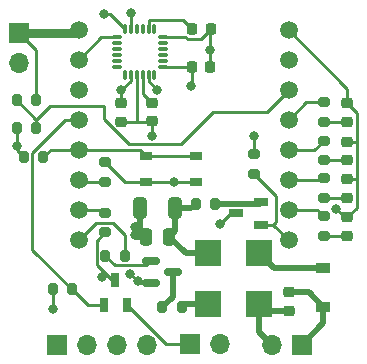
<source format=gbr>
%TF.GenerationSoftware,KiCad,Pcbnew,(6.0.9)*%
%TF.CreationDate,2023-11-13T03:08:14-05:00*%
%TF.ProjectId,ALRT_v1,414c5254-5f76-4312-9e6b-696361645f70,rev?*%
%TF.SameCoordinates,Original*%
%TF.FileFunction,Copper,L1,Top*%
%TF.FilePolarity,Positive*%
%FSLAX46Y46*%
G04 Gerber Fmt 4.6, Leading zero omitted, Abs format (unit mm)*
G04 Created by KiCad (PCBNEW (6.0.9)) date 2023-11-13 03:08:14*
%MOMM*%
%LPD*%
G01*
G04 APERTURE LIST*
G04 Aperture macros list*
%AMRoundRect*
0 Rectangle with rounded corners*
0 $1 Rounding radius*
0 $2 $3 $4 $5 $6 $7 $8 $9 X,Y pos of 4 corners*
0 Add a 4 corners polygon primitive as box body*
4,1,4,$2,$3,$4,$5,$6,$7,$8,$9,$2,$3,0*
0 Add four circle primitives for the rounded corners*
1,1,$1+$1,$2,$3*
1,1,$1+$1,$4,$5*
1,1,$1+$1,$6,$7*
1,1,$1+$1,$8,$9*
0 Add four rect primitives between the rounded corners*
20,1,$1+$1,$2,$3,$4,$5,0*
20,1,$1+$1,$4,$5,$6,$7,0*
20,1,$1+$1,$6,$7,$8,$9,0*
20,1,$1+$1,$8,$9,$2,$3,0*%
G04 Aperture macros list end*
%TA.AperFunction,SMDPad,CuDef*%
%ADD10RoundRect,0.200000X0.275000X-0.200000X0.275000X0.200000X-0.275000X0.200000X-0.275000X-0.200000X0*%
%TD*%
%TA.AperFunction,SMDPad,CuDef*%
%ADD11RoundRect,0.200000X0.200000X0.275000X-0.200000X0.275000X-0.200000X-0.275000X0.200000X-0.275000X0*%
%TD*%
%TA.AperFunction,SMDPad,CuDef*%
%ADD12R,1.050000X0.650000*%
%TD*%
%TA.AperFunction,SMDPad,CuDef*%
%ADD13RoundRect,0.200000X-0.200000X-0.275000X0.200000X-0.275000X0.200000X0.275000X-0.200000X0.275000X0*%
%TD*%
%TA.AperFunction,SMDPad,CuDef*%
%ADD14RoundRect,0.150000X-0.587500X-0.150000X0.587500X-0.150000X0.587500X0.150000X-0.587500X0.150000X0*%
%TD*%
%TA.AperFunction,SMDPad,CuDef*%
%ADD15R,1.200000X0.900000*%
%TD*%
%TA.AperFunction,SMDPad,CuDef*%
%ADD16RoundRect,0.225000X-0.250000X0.225000X-0.250000X-0.225000X0.250000X-0.225000X0.250000X0.225000X0*%
%TD*%
%TA.AperFunction,SMDPad,CuDef*%
%ADD17RoundRect,0.250000X0.325000X0.650000X-0.325000X0.650000X-0.325000X-0.650000X0.325000X-0.650000X0*%
%TD*%
%TA.AperFunction,SMDPad,CuDef*%
%ADD18RoundRect,0.250000X0.250000X0.475000X-0.250000X0.475000X-0.250000X-0.475000X0.250000X-0.475000X0*%
%TD*%
%TA.AperFunction,SMDPad,CuDef*%
%ADD19R,2.300000X2.300000*%
%TD*%
%TA.AperFunction,ComponentPad*%
%ADD20R,1.700000X1.700000*%
%TD*%
%TA.AperFunction,ComponentPad*%
%ADD21O,1.700000X1.700000*%
%TD*%
%TA.AperFunction,SMDPad,CuDef*%
%ADD22RoundRect,0.042000X0.258000X-0.573000X0.258000X0.573000X-0.258000X0.573000X-0.258000X-0.573000X0*%
%TD*%
%TA.AperFunction,SMDPad,CuDef*%
%ADD23RoundRect,0.225000X-0.225000X-0.250000X0.225000X-0.250000X0.225000X0.250000X-0.225000X0.250000X0*%
%TD*%
%TA.AperFunction,SMDPad,CuDef*%
%ADD24RoundRect,0.218750X-0.256250X0.218750X-0.256250X-0.218750X0.256250X-0.218750X0.256250X0.218750X0*%
%TD*%
%TA.AperFunction,SMDPad,CuDef*%
%ADD25RoundRect,0.200000X-0.275000X0.200000X-0.275000X-0.200000X0.275000X-0.200000X0.275000X0.200000X0*%
%TD*%
%TA.AperFunction,SMDPad,CuDef*%
%ADD26RoundRect,0.075000X-0.350000X-0.075000X0.350000X-0.075000X0.350000X0.075000X-0.350000X0.075000X0*%
%TD*%
%TA.AperFunction,SMDPad,CuDef*%
%ADD27RoundRect,0.075000X0.075000X-0.350000X0.075000X0.350000X-0.075000X0.350000X-0.075000X-0.350000X0*%
%TD*%
%TA.AperFunction,SMDPad,CuDef*%
%ADD28RoundRect,0.042000X0.573000X0.258000X-0.573000X0.258000X-0.573000X-0.258000X0.573000X-0.258000X0*%
%TD*%
%TA.AperFunction,ComponentPad*%
%ADD29C,1.500000*%
%TD*%
%TA.AperFunction,ViaPad*%
%ADD30C,0.800000*%
%TD*%
%TA.AperFunction,Conductor*%
%ADD31C,0.250000*%
%TD*%
%TA.AperFunction,Conductor*%
%ADD32C,0.500000*%
%TD*%
%TA.AperFunction,Conductor*%
%ADD33C,0.750000*%
%TD*%
G04 APERTURE END LIST*
D10*
%TO.P,R14,1*%
%TO.N,/Shock_chg*%
X117678200Y-85584800D03*
%TO.P,R14,2*%
%TO.N,GND*%
X117678200Y-83934800D03*
%TD*%
D11*
%TO.P,R13,2*%
%TO.N,Net-(Q3-Pad3)*%
X109919000Y-96875600D03*
%TO.P,R13,1*%
%TO.N,Net-(R13-Pad1)*%
X111569000Y-96875600D03*
%TD*%
D12*
%TO.P,SW1,1*%
%TO.N,/PBNO*%
X108602100Y-84091200D03*
%TO.P,SW1,2*%
X112752100Y-84091200D03*
%TO.P,SW1,3*%
%TO.N,+3V3*%
X108602100Y-86241200D03*
%TO.P,SW1,4*%
X112752100Y-86241200D03*
%TD*%
D13*
%TO.P,R12,1*%
%TO.N,Net-(Q3-Pad1)*%
X105118400Y-92506800D03*
%TO.P,R12,2*%
%TO.N,/Shock_dis*%
X106768400Y-92506800D03*
%TD*%
D14*
%TO.P,Q3,1,B*%
%TO.N,Net-(Q3-Pad1)*%
X108942900Y-92928400D03*
%TO.P,Q3,2,E*%
%TO.N,GND*%
X108942900Y-94828400D03*
%TO.P,Q3,3,C*%
%TO.N,Net-(Q3-Pad3)*%
X110817900Y-93878400D03*
%TD*%
D15*
%TO.P,D5,1,A*%
%TO.N,/Electrode_p*%
X123571000Y-96823800D03*
%TO.P,D5,2,K*%
%TO.N,Net-(D5-Pad2)*%
X123571000Y-93523800D03*
%TD*%
D16*
%TO.P,C7,1*%
%TO.N,/Electrode_p*%
X120650000Y-95618000D03*
%TO.P,C7,2*%
%TO.N,/Electrode_n*%
X120650000Y-97168000D03*
%TD*%
D17*
%TO.P,C6,1*%
%TO.N,Net-(C1-Pad1)*%
X110999800Y-88468200D03*
%TO.P,C6,2*%
%TO.N,GND*%
X108049800Y-88468200D03*
%TD*%
D18*
%TO.P,C1,1*%
%TO.N,Net-(C1-Pad1)*%
X110500200Y-90906600D03*
%TO.P,C1,2*%
%TO.N,GND*%
X108600200Y-90906600D03*
%TD*%
D19*
%TO.P,L1,1,1*%
%TO.N,Net-(C1-Pad1)*%
X113851800Y-92312600D03*
%TO.P,L1,2,2*%
%TO.N,Net-(R13-Pad1)*%
X113851800Y-96612600D03*
%TO.P,L1,3,3*%
%TO.N,/Electrode_n*%
X118151800Y-96612600D03*
%TO.P,L1,4,4*%
%TO.N,Net-(D5-Pad2)*%
X118151800Y-92312600D03*
%TD*%
D16*
%TO.P,C2,1*%
%TO.N,+3V3*%
X106476800Y-79616000D03*
%TO.P,C2,2*%
%TO.N,GND*%
X106476800Y-81166000D03*
%TD*%
D10*
%TO.P,R1,1*%
%TO.N,Net-(D1-Pad2)*%
X123621800Y-81190600D03*
%TO.P,R1,2*%
%TO.N,/LED1*%
X123621800Y-79540600D03*
%TD*%
D20*
%TO.P,J3,1,Pin_1*%
%TO.N,/Vib_out*%
X112263000Y-100025200D03*
D21*
%TO.P,J3,2,Pin_2*%
%TO.N,GND*%
X114803000Y-100025200D03*
%TD*%
D22*
%TO.P,Q2,1*%
%TO.N,/Vib*%
X105018800Y-96665600D03*
%TO.P,Q2,2*%
%TO.N,/Vib_out*%
X106918800Y-96665600D03*
%TO.P,Q2,3*%
%TO.N,+3V3*%
X105968800Y-94545600D03*
%TD*%
D23*
%TO.P,C5,2*%
%TO.N,GND*%
X114033600Y-73355200D03*
%TO.P,C5,1*%
%TO.N,Net-(C5-Pad1)*%
X112483600Y-73355200D03*
%TD*%
D10*
%TO.P,R3,1*%
%TO.N,Net-(D3-Pad2)*%
X123621800Y-87616800D03*
%TO.P,R3,2*%
%TO.N,/LED3*%
X123621800Y-85966800D03*
%TD*%
D24*
%TO.P,D1,1,K*%
%TO.N,GND*%
X125603000Y-79628900D03*
%TO.P,D1,2,A*%
%TO.N,Net-(D1-Pad2)*%
X125603000Y-81203900D03*
%TD*%
%TO.P,D2,1,K*%
%TO.N,GND*%
X125603000Y-82854700D03*
%TO.P,D2,2,A*%
%TO.N,Net-(D2-Pad2)*%
X125603000Y-84429700D03*
%TD*%
D16*
%TO.P,C4,1*%
%TO.N,Net-(C4-Pad1)*%
X109042200Y-79590600D03*
%TO.P,C4,2*%
%TO.N,GND*%
X109042200Y-81140600D03*
%TD*%
D13*
%TO.P,R11,1*%
%TO.N,GND*%
X100673400Y-95377000D03*
%TO.P,R11,2*%
%TO.N,/Vib*%
X102323400Y-95377000D03*
%TD*%
%TO.P,R10,1*%
%TO.N,GND*%
X97600000Y-81711800D03*
%TO.P,R10,2*%
%TO.N,/Vref*%
X99250000Y-81711800D03*
%TD*%
D10*
%TO.P,R4,1*%
%TO.N,Net-(D4-Pad2)*%
X123621800Y-90842600D03*
%TO.P,R4,2*%
%TO.N,/LED4*%
X123621800Y-89192600D03*
%TD*%
D24*
%TO.P,D4,2,A*%
%TO.N,Net-(D4-Pad2)*%
X125603000Y-90855900D03*
%TO.P,D4,1,K*%
%TO.N,GND*%
X125603000Y-89280900D03*
%TD*%
D20*
%TO.P,J4,1,Pin_1*%
%TO.N,+3V3*%
X101051200Y-100101400D03*
D21*
%TO.P,J4,2,Pin_2*%
%TO.N,GND*%
X103591200Y-100101400D03*
%TO.P,J4,3,Pin_3*%
%TO.N,/SDA*%
X106131200Y-100101400D03*
%TO.P,J4,4,Pin_4*%
%TO.N,/SCL*%
X108671200Y-100101400D03*
%TD*%
D25*
%TO.P,R7,1*%
%TO.N,/SCL*%
X105130600Y-88862400D03*
%TO.P,R7,2*%
%TO.N,+3V3*%
X105130600Y-90512400D03*
%TD*%
D13*
%TO.P,R8,1*%
%TO.N,GND*%
X98221800Y-84201000D03*
%TO.P,R8,2*%
%TO.N,/PBNO*%
X99871800Y-84201000D03*
%TD*%
D10*
%TO.P,R6,1*%
%TO.N,/SDA*%
X105130600Y-86245200D03*
%TO.P,R6,2*%
%TO.N,+3V3*%
X105130600Y-84595200D03*
%TD*%
D11*
%TO.P,R5,1*%
%TO.N,Net-(Q1-Pad2)*%
X114413800Y-88112600D03*
%TO.P,R5,2*%
%TO.N,Net-(C1-Pad1)*%
X112763800Y-88112600D03*
%TD*%
D20*
%TO.P,J1,1,Pin_1*%
%TO.N,+BATT*%
X97790000Y-73660000D03*
D21*
%TO.P,J1,2,Pin_2*%
%TO.N,GND*%
X97790000Y-76200000D03*
%TD*%
D20*
%TO.P,J2,1,Pin_1*%
%TO.N,/Electrode_p*%
X121742200Y-100050600D03*
D21*
%TO.P,J2,2,Pin_2*%
%TO.N,/Electrode_n*%
X119202200Y-100050600D03*
%TD*%
D13*
%TO.P,R9,1*%
%TO.N,/Vref*%
X97600000Y-79375000D03*
%TO.P,R9,2*%
%TO.N,+BATT*%
X99250000Y-79375000D03*
%TD*%
D26*
%TO.P,U2,1,CLKIN*%
%TO.N,GND*%
X106076200Y-74035600D03*
%TO.P,U2,2,NC*%
%TO.N,unconnected-(U2-Pad2)*%
X106076200Y-74535600D03*
%TO.P,U2,3,NC*%
%TO.N,unconnected-(U2-Pad3)*%
X106076200Y-75035600D03*
%TO.P,U2,4,NC*%
%TO.N,unconnected-(U2-Pad4)*%
X106076200Y-75535600D03*
%TO.P,U2,5,NC*%
%TO.N,unconnected-(U2-Pad5)*%
X106076200Y-76035600D03*
%TO.P,U2,6,AUX_SDA*%
%TO.N,unconnected-(U2-Pad6)*%
X106076200Y-76535600D03*
D27*
%TO.P,U2,7,AUX_SCL*%
%TO.N,unconnected-(U2-Pad7)*%
X106776200Y-77235600D03*
%TO.P,U2,8,VDDIO*%
%TO.N,+3V3*%
X107276200Y-77235600D03*
%TO.P,U2,9,AD0*%
%TO.N,GND*%
X107776200Y-77235600D03*
%TO.P,U2,10,REGOUT*%
%TO.N,Net-(C4-Pad1)*%
X108276200Y-77235600D03*
%TO.P,U2,11,FSYNC*%
%TO.N,GND*%
X108776200Y-77235600D03*
%TO.P,U2,12,INT*%
%TO.N,unconnected-(U2-Pad12)*%
X109276200Y-77235600D03*
D26*
%TO.P,U2,13,VDD*%
%TO.N,+3V3*%
X109976200Y-76535600D03*
%TO.P,U2,14,NC*%
%TO.N,unconnected-(U2-Pad14)*%
X109976200Y-76035600D03*
%TO.P,U2,15,NC*%
%TO.N,unconnected-(U2-Pad15)*%
X109976200Y-75535600D03*
%TO.P,U2,16,NC*%
%TO.N,unconnected-(U2-Pad16)*%
X109976200Y-75035600D03*
%TO.P,U2,17,NC*%
%TO.N,unconnected-(U2-Pad17)*%
X109976200Y-74535600D03*
%TO.P,U2,18,GND*%
%TO.N,GND*%
X109976200Y-74035600D03*
D27*
%TO.P,U2,19,NC*%
%TO.N,unconnected-(U2-Pad19)*%
X109276200Y-73335600D03*
%TO.P,U2,20,CPOUT*%
%TO.N,Net-(C5-Pad1)*%
X108776200Y-73335600D03*
%TO.P,U2,21,NC*%
%TO.N,unconnected-(U2-Pad21)*%
X108276200Y-73335600D03*
%TO.P,U2,22,NC*%
%TO.N,unconnected-(U2-Pad22)*%
X107776200Y-73335600D03*
%TO.P,U2,23,SCL*%
%TO.N,/SCL*%
X107276200Y-73335600D03*
%TO.P,U2,24,SDA*%
%TO.N,/SDA*%
X106776200Y-73335600D03*
%TD*%
D24*
%TO.P,D3,1,K*%
%TO.N,GND*%
X125603000Y-86029700D03*
%TO.P,D3,2,A*%
%TO.N,Net-(D3-Pad2)*%
X125603000Y-87604700D03*
%TD*%
D10*
%TO.P,R2,1*%
%TO.N,Net-(D2-Pad2)*%
X123621800Y-84416400D03*
%TO.P,R2,2*%
%TO.N,/LED2*%
X123621800Y-82766400D03*
%TD*%
D23*
%TO.P,C3,1*%
%TO.N,+3V3*%
X112458200Y-76581000D03*
%TO.P,C3,2*%
%TO.N,GND*%
X114008200Y-76581000D03*
%TD*%
D28*
%TO.P,Q1,1*%
%TO.N,/Shock_chg*%
X118331800Y-89875400D03*
%TO.P,Q1,2*%
%TO.N,Net-(Q1-Pad2)*%
X118331800Y-87975400D03*
%TO.P,Q1,3*%
%TO.N,+3V3*%
X116211800Y-88925400D03*
%TD*%
D29*
%TO.P,U1,1,GND*%
%TO.N,GND*%
X120650000Y-73410000D03*
%TO.P,U1,2,3V3*%
%TO.N,+3V3*%
X120650000Y-75950000D03*
%TO.P,U1,3,0*%
%TO.N,/Vref*%
X120650000Y-78490000D03*
%TO.P,U1,4,1*%
%TO.N,/LED1*%
X120650000Y-81030000D03*
%TO.P,U1,5,4*%
%TO.N,/LED2*%
X120650000Y-83570000D03*
%TO.P,U1,6,6*%
%TO.N,/LED3*%
X120650000Y-86110000D03*
%TO.P,U1,7,5*%
%TO.N,/LED4*%
X120650000Y-88650000D03*
%TO.P,U1,8,7*%
%TO.N,/Shock_chg*%
X120650000Y-91190000D03*
%TO.P,U1,9,BAT*%
%TO.N,+BATT*%
X102870000Y-73410000D03*
%TO.P,U1,10,GND*%
%TO.N,GND*%
X102870000Y-75950000D03*
%TO.P,U1,11,VIN*%
%TO.N,unconnected-(U1-Pad11)*%
X102870000Y-78490000D03*
%TO.P,U1,12,20*%
%TO.N,/Vib*%
X102870000Y-81030000D03*
%TO.P,U1,13,21*%
%TO.N,/PBNO*%
X102870000Y-83570000D03*
%TO.P,U1,14,8*%
%TO.N,/SDA*%
X102870000Y-86110000D03*
%TO.P,U1,15,9*%
%TO.N,/SCL*%
X102870000Y-88650000D03*
%TO.P,U1,16,2*%
%TO.N,/Shock_dis*%
X102870000Y-91190000D03*
%TD*%
D30*
%TO.N,GND*%
X97600000Y-83198200D03*
X107238800Y-94056200D03*
X100685600Y-97028000D03*
X107878550Y-94683150D03*
X107594400Y-90779600D03*
X107670600Y-90119200D03*
%TO.N,+3V3*%
X112369600Y-78155800D03*
%TO.N,GND*%
X109474000Y-78460600D03*
%TO.N,+3V3*%
X104851200Y-94335600D03*
X106476800Y-78525685D03*
X110955400Y-86241200D03*
X114808000Y-89865200D03*
%TO.N,GND*%
X114008200Y-75094800D03*
X109067600Y-82346800D03*
X117678200Y-82397600D03*
X124663200Y-88544400D03*
%TO.N,/SCL*%
X107289600Y-71983600D03*
%TO.N,/SDA*%
X104978200Y-72034400D03*
%TD*%
D31*
%TO.N,GND*%
X97600000Y-81711800D02*
X97600000Y-83198200D01*
X97600000Y-83198200D02*
X97600000Y-83579200D01*
X108011000Y-94828400D02*
X107238800Y-94056200D01*
X108942900Y-94828400D02*
X108011000Y-94828400D01*
D32*
%TO.N,Net-(Q3-Pad3)*%
X110817900Y-95976700D02*
X109919000Y-96875600D01*
X110817900Y-93878400D02*
X110817900Y-95976700D01*
D31*
%TO.N,/Shock_dis*%
X104347200Y-89712800D02*
X102870000Y-91190000D01*
X105748462Y-89712800D02*
X104347200Y-89712800D01*
X106768400Y-90732738D02*
X105748462Y-89712800D01*
X106768400Y-92506800D02*
X106768400Y-90732738D01*
%TO.N,GND*%
X100673400Y-97015800D02*
X100685600Y-97028000D01*
X100673400Y-95377000D02*
X100673400Y-97015800D01*
X108023800Y-94828400D02*
X107878550Y-94683150D01*
X108942900Y-94828400D02*
X108023800Y-94828400D01*
%TO.N,Net-(Q3-Pad1)*%
X105918400Y-93306800D02*
X105118400Y-92506800D01*
X108564500Y-93306800D02*
X105918400Y-93306800D01*
X108942900Y-92928400D02*
X108564500Y-93306800D01*
D32*
%TO.N,GND*%
X107721400Y-90906600D02*
X107594400Y-90779600D01*
X108600200Y-90906600D02*
X107721400Y-90906600D01*
X107922800Y-89867000D02*
X107670600Y-90119200D01*
X108049800Y-89867000D02*
X107922800Y-89867000D01*
X108049800Y-89867000D02*
X108049800Y-90356200D01*
X108049800Y-88468200D02*
X108049800Y-89867000D01*
D31*
%TO.N,+3V3*%
X112458200Y-78067200D02*
X112369600Y-78155800D01*
X112458200Y-76581000D02*
X112458200Y-78067200D01*
X109976200Y-76535600D02*
X112412800Y-76535600D01*
X112412800Y-76535600D02*
X112458200Y-76581000D01*
%TO.N,GND*%
X107776200Y-77235600D02*
X107776200Y-81123600D01*
X107733800Y-81166000D02*
X109016800Y-81166000D01*
X107776200Y-81123600D02*
X107733800Y-81166000D01*
X106476800Y-81166000D02*
X107733800Y-81166000D01*
%TO.N,/Vref*%
X105029000Y-80971017D02*
X107141383Y-83083400D01*
X105029000Y-79883000D02*
X105029000Y-80971017D01*
X114274600Y-80365600D02*
X118774400Y-80365600D01*
X100392000Y-79883000D02*
X105029000Y-79883000D01*
X107141383Y-83083400D02*
X111556800Y-83083400D01*
X111556800Y-83083400D02*
X114274600Y-80365600D01*
%TO.N,GND*%
X108776200Y-77762800D02*
X109474000Y-78460600D01*
X108776200Y-77235600D02*
X108776200Y-77762800D01*
%TO.N,+3V3*%
X105156000Y-94030800D02*
X104851200Y-94335600D01*
X105156000Y-94030800D02*
X105670800Y-94545600D01*
X104393400Y-93268200D02*
X105156000Y-94030800D01*
X105670800Y-94545600D02*
X105968800Y-94545600D01*
X105130600Y-90512400D02*
X104393400Y-91249600D01*
X104393400Y-91249600D02*
X104393400Y-93268200D01*
X106476800Y-79616000D02*
X106476800Y-78525685D01*
X108602100Y-86241200D02*
X112752100Y-86241200D01*
X115747800Y-88925400D02*
X114808000Y-89865200D01*
X116211800Y-88925400D02*
X115747800Y-88925400D01*
%TO.N,GND*%
X114008200Y-73380600D02*
X114033600Y-73355200D01*
X114008200Y-76581000D02*
X114008200Y-73380600D01*
X109042200Y-82321400D02*
X109067600Y-82346800D01*
X109042200Y-81140600D02*
X109042200Y-82321400D01*
X109016800Y-81166000D02*
X109042200Y-81140600D01*
X117678200Y-83934800D02*
X117678200Y-82397600D01*
X125399700Y-89280900D02*
X124663200Y-88544400D01*
X125603000Y-89280900D02*
X125399700Y-89280900D01*
X126364900Y-82854700D02*
X126403000Y-82892800D01*
X125603000Y-82854700D02*
X126364900Y-82854700D01*
X126403000Y-82892800D02*
X126403000Y-86042400D01*
X126403000Y-80428900D02*
X126403000Y-82892800D01*
X126390300Y-86029700D02*
X126403000Y-86042400D01*
X125603000Y-86029700D02*
X126390300Y-86029700D01*
X126403000Y-86042400D02*
X126403000Y-88480900D01*
X126403000Y-88480900D02*
X125603000Y-89280900D01*
X125603000Y-79628900D02*
X126403000Y-80428900D01*
X125603000Y-78363000D02*
X120650000Y-73410000D01*
X125603000Y-79628900D02*
X125603000Y-78363000D01*
X97600000Y-83579200D02*
X98221800Y-84201000D01*
%TO.N,/Vib_out*%
X110278400Y-100025200D02*
X112263000Y-100025200D01*
X106918800Y-96665600D02*
X110278400Y-100025200D01*
D32*
%TO.N,Net-(Q1-Pad2)*%
X118194600Y-88112600D02*
X118331800Y-87975400D01*
X114413800Y-88112600D02*
X118194600Y-88112600D01*
%TO.N,GND*%
X108049800Y-90356200D02*
X108600200Y-90906600D01*
%TO.N,Net-(C1-Pad1)*%
X112408200Y-88468200D02*
X112763800Y-88112600D01*
X110999800Y-88468200D02*
X112408200Y-88468200D01*
X110999800Y-90407000D02*
X110500200Y-90906600D01*
X110999800Y-88468200D02*
X110999800Y-90407000D01*
X111906200Y-92312600D02*
X110500200Y-90906600D01*
X113851800Y-92312600D02*
X111906200Y-92312600D01*
%TO.N,Net-(R13-Pad1)*%
X111832000Y-96612600D02*
X111569000Y-96875600D01*
X113851800Y-96612600D02*
X111832000Y-96612600D01*
%TO.N,Net-(D5-Pad2)*%
X119363000Y-93523800D02*
X118151800Y-92312600D01*
X123571000Y-93523800D02*
X119363000Y-93523800D01*
%TO.N,/Electrode_n*%
X118151800Y-99000200D02*
X119202200Y-100050600D01*
X118151800Y-96612600D02*
X118151800Y-99000200D01*
X118707200Y-97168000D02*
X118151800Y-96612600D01*
X120650000Y-97168000D02*
X118707200Y-97168000D01*
%TO.N,/Electrode_p*%
X122365200Y-95618000D02*
X123571000Y-96823800D01*
X120650000Y-95618000D02*
X122365200Y-95618000D01*
X123571000Y-98221800D02*
X121742200Y-100050600D01*
X123571000Y-96823800D02*
X123571000Y-98221800D01*
D31*
%TO.N,+3V3*%
X106776600Y-86241200D02*
X108602100Y-86241200D01*
X105130600Y-84595200D02*
X106776600Y-86241200D01*
%TO.N,/Vref*%
X99250000Y-81025000D02*
X100392000Y-79883000D01*
X118774400Y-80365600D02*
X120650000Y-78490000D01*
%TO.N,Net-(C5-Pad1)*%
X108776200Y-72644915D02*
X108776200Y-73335600D01*
X108835515Y-72585600D02*
X108776200Y-72644915D01*
X111714000Y-72585600D02*
X108835515Y-72585600D01*
X112483600Y-73355200D02*
X111714000Y-72585600D01*
%TO.N,+3V3*%
X107276200Y-77726285D02*
X107276200Y-77235600D01*
X106476800Y-78525685D02*
X107276200Y-77726285D01*
%TO.N,Net-(C4-Pad1)*%
X108276200Y-78824600D02*
X109042200Y-79590600D01*
X108276200Y-77235600D02*
X108276200Y-78824600D01*
%TO.N,GND*%
X104784400Y-74035600D02*
X102870000Y-75950000D01*
X106076200Y-74035600D02*
X104784400Y-74035600D01*
X111911183Y-74035600D02*
X112030783Y-74155200D01*
X109976200Y-74035600D02*
X111911183Y-74035600D01*
X112030783Y-74155200D02*
X113233600Y-74155200D01*
X113233600Y-74155200D02*
X114033600Y-73355200D01*
%TO.N,/Vib*%
X101723000Y-81030000D02*
X102870000Y-81030000D01*
X98946800Y-83806200D02*
X101723000Y-81030000D01*
X98946800Y-92000400D02*
X98946800Y-83806200D01*
X102323400Y-95377000D02*
X98946800Y-92000400D01*
X103612000Y-96665600D02*
X102323400Y-95377000D01*
X105018800Y-96665600D02*
X103612000Y-96665600D01*
%TO.N,/SCL*%
X107289600Y-71983600D02*
X107289600Y-73322200D01*
X107289600Y-73322200D02*
X107276200Y-73335600D01*
%TO.N,/SDA*%
X105475000Y-72034400D02*
X106776200Y-73335600D01*
X104978200Y-72034400D02*
X105475000Y-72034400D01*
X103005200Y-86245200D02*
X102870000Y-86110000D01*
X105130600Y-86245200D02*
X103005200Y-86245200D01*
%TO.N,/SCL*%
X104829800Y-88650000D02*
X102870000Y-88650000D01*
%TO.N,+BATT*%
X102620000Y-73660000D02*
X102870000Y-73410000D01*
D33*
X97790000Y-73660000D02*
X102620000Y-73660000D01*
D31*
X99250000Y-75120000D02*
X97790000Y-73660000D01*
X99250000Y-79375000D02*
X99250000Y-75120000D01*
%TO.N,/Vref*%
X99250000Y-81025000D02*
X97600000Y-79375000D01*
X99250000Y-81711800D02*
X99250000Y-81025000D01*
%TO.N,/PBNO*%
X108602100Y-84091200D02*
X112752100Y-84091200D01*
X108080900Y-83570000D02*
X108602100Y-84091200D01*
X102870000Y-83570000D02*
X108080900Y-83570000D01*
X100502800Y-83570000D02*
X99871800Y-84201000D01*
X102870000Y-83570000D02*
X100502800Y-83570000D01*
%TO.N,/Shock_chg*%
X119575000Y-89635800D02*
X119335400Y-89875400D01*
X119575000Y-87481600D02*
X119575000Y-89635800D01*
X117678200Y-85584800D02*
X119575000Y-87481600D01*
X119335400Y-89875400D02*
X118331800Y-89875400D01*
X120650000Y-91190000D02*
X119335400Y-89875400D01*
%TO.N,Net-(D4-Pad2)*%
X125589700Y-90842600D02*
X125603000Y-90855900D01*
X123621800Y-90842600D02*
X125589700Y-90842600D01*
%TO.N,/LED4*%
X123079200Y-88650000D02*
X120650000Y-88650000D01*
X123621800Y-89192600D02*
X123079200Y-88650000D01*
%TO.N,Net-(D3-Pad2)*%
X125590900Y-87616800D02*
X125603000Y-87604700D01*
X123621800Y-87616800D02*
X125590900Y-87616800D01*
%TO.N,/LED3*%
X123478600Y-86110000D02*
X120650000Y-86110000D01*
X123621800Y-85966800D02*
X123478600Y-86110000D01*
%TO.N,Net-(D2-Pad2)*%
X125589700Y-84416400D02*
X125603000Y-84429700D01*
X123621800Y-84416400D02*
X125589700Y-84416400D01*
%TO.N,/LED2*%
X122818200Y-83570000D02*
X120650000Y-83570000D01*
X123621800Y-82766400D02*
X122818200Y-83570000D01*
%TO.N,Net-(D1-Pad2)*%
X125589700Y-81190600D02*
X125603000Y-81203900D01*
X123621800Y-81190600D02*
X125589700Y-81190600D01*
%TO.N,/LED1*%
X122139400Y-79540600D02*
X120650000Y-81030000D01*
X123621800Y-79540600D02*
X122139400Y-79540600D01*
%TD*%
M02*

</source>
